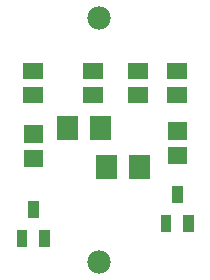
<source format=gts>
G04 Layer: TopSolderMaskLayer*
G04 EasyEDA v6.2.44, 2019-09-24T20:15:28+02:00*
G04 525ee883efe64d3eb70f5621e6c7a3e3,c85b667672964722a5a42a972ddb0a92,10*
G04 Gerber Generator version 0.2*
G04 Scale: 100 percent, Rotated: No, Reflected: No *
G04 Dimensions in millimeters *
G04 leading zeros omitted , absolute positions ,3 integer and 3 decimal *
%FSLAX33Y33*%
%MOMM*%
G90*
G71D02*

%ADD20C,1.981200*%

%LPD*%
G54D20*
G01X8636Y21720D03*
G01X8636Y1119D03*
G36*
G01X14404Y16591D02*
G01X14404Y17952D01*
G01X16075Y17952D01*
G01X16075Y16591D01*
G01X14404Y16591D01*
G37*
G36*
G01X14404Y14559D02*
G01X14404Y15920D01*
G01X16075Y15920D01*
G01X16075Y14559D01*
G01X14404Y14559D01*
G37*
G36*
G01X2212Y16591D02*
G01X2212Y17952D01*
G01X3883Y17952D01*
G01X3883Y16591D01*
G01X2212Y16591D01*
G37*
G36*
G01X2212Y14559D02*
G01X2212Y15920D01*
G01X3883Y15920D01*
G01X3883Y14559D01*
G01X2212Y14559D01*
G37*
G36*
G01X7292Y14559D02*
G01X7292Y15920D01*
G01X8963Y15920D01*
G01X8963Y14559D01*
G01X7292Y14559D01*
G37*
G36*
G01X7292Y16591D02*
G01X7292Y17952D01*
G01X8963Y17952D01*
G01X8963Y16591D01*
G01X7292Y16591D01*
G37*
G36*
G01X11102Y14559D02*
G01X11102Y15920D01*
G01X12773Y15920D01*
G01X12773Y14559D01*
G01X11102Y14559D01*
G37*
G36*
G01X11102Y16591D02*
G01X11102Y17952D01*
G01X12773Y17952D01*
G01X12773Y16591D01*
G01X11102Y16591D01*
G37*
G36*
G01X2245Y11203D02*
G01X2245Y12707D01*
G01X3848Y12707D01*
G01X3848Y11203D01*
G01X2245Y11203D01*
G37*
G36*
G01X2245Y9103D02*
G01X2245Y10607D01*
G01X3848Y10607D01*
G01X3848Y9103D01*
G01X2245Y9103D01*
G37*
G36*
G01X14437Y11457D02*
G01X14437Y12961D01*
G01X16040Y12961D01*
G01X16040Y11457D01*
G01X14437Y11457D01*
G37*
G36*
G01X14437Y9357D02*
G01X14437Y10861D01*
G01X16040Y10861D01*
G01X16040Y9357D01*
G01X14437Y9357D01*
G37*
G36*
G01X14787Y6111D02*
G01X14787Y7564D01*
G01X15692Y7564D01*
G01X15692Y6111D01*
G01X14787Y6111D01*
G37*
G36*
G01X15737Y3611D02*
G01X15737Y5064D01*
G01X16642Y5064D01*
G01X16642Y3611D01*
G01X15737Y3611D01*
G37*
G36*
G01X13837Y3611D02*
G01X13837Y5064D01*
G01X14742Y5064D01*
G01X14742Y3611D01*
G01X13837Y3611D01*
G37*
G36*
G01X2595Y4841D02*
G01X2595Y6294D01*
G01X3500Y6294D01*
G01X3500Y4841D01*
G01X2595Y4841D01*
G37*
G36*
G01X3545Y2341D02*
G01X3545Y3794D01*
G01X4450Y3794D01*
G01X4450Y2341D01*
G01X3545Y2341D01*
G37*
G36*
G01X1645Y2341D02*
G01X1645Y3794D01*
G01X2550Y3794D01*
G01X2550Y2341D01*
G01X1645Y2341D01*
G37*
G36*
G01X11163Y8140D02*
G01X11163Y10144D01*
G01X12966Y10144D01*
G01X12966Y8140D01*
G01X11163Y8140D01*
G37*
G36*
G01X8369Y8140D02*
G01X8369Y10144D01*
G01X10172Y10144D01*
G01X10172Y8140D01*
G01X8369Y8140D01*
G37*
G36*
G01X7861Y11442D02*
G01X7861Y13446D01*
G01X9664Y13446D01*
G01X9664Y11442D01*
G01X7861Y11442D01*
G37*
G36*
G01X5067Y11442D02*
G01X5067Y13446D01*
G01X6870Y13446D01*
G01X6870Y11442D01*
G01X5067Y11442D01*
G37*
M00*
M02*

</source>
